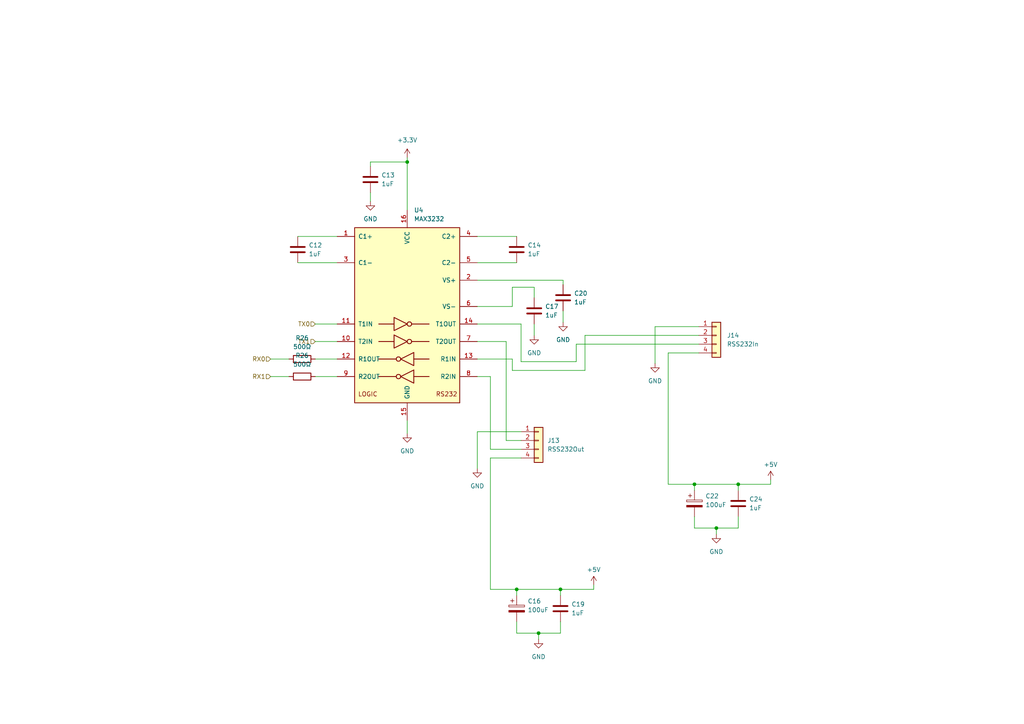
<source format=kicad_sch>
(kicad_sch (version 20230121) (generator eeschema)
  (paper "A4")
  (lib_symbols
    (symbol "Connector_Generic:Conn_01x04" (pin_names (offset 1.016) hide)
      (property "Reference" "J" (at 0 5.08 0))
      (property "Value" "Conn_01x04" (at 0 -7.62 0))
      (symbol "Conn_01x04_1_1"
        (rectangle (start -1.27 -4.953) (end 0 -5.207) (stroke (width 0.1524)))
        (rectangle (start -1.27 -2.413) (end 0 -2.667) (stroke (width 0.1524)))
        (rectangle (start -1.27 0.127) (end 0 -0.127) (stroke (width 0.1524)))
        (rectangle (start -1.27 2.667) (end 0 2.413) (stroke (width 0.1524)))
        (rectangle (start -1.27 3.81) (end 1.27 -6.35) (stroke (width 0.254)) (fill (type background)))
        (pin passive line (at -5.08 2.54 0) (length 3.81) (name "Pin_1") (number "1"))
        (pin passive line (at -5.08 0 0) (length 3.81) (name "Pin_2") (number "2"))
        (pin passive line (at -5.08 -2.54 0) (length 3.81) (name "Pin_3") (number "3"))
        (pin passive line (at -5.08 -5.08 0) (length 3.81) (name "Pin_4") (number "4"))
      )
    )
    (symbol "Device:C" (pin_numbers hide) (pin_names (offset 0.254))
      (property "Reference" "C" (at 0.635 2.54 0))
      (property "Value" "C" (at 0.635 -2.54 0))
      (symbol "C_0_1"
        (polyline (pts (xy -2.032 -0.762) (xy 2.032 -0.762)) (stroke (width 0.508)))
        (polyline (pts (xy -2.032 0.762) (xy 2.032 0.762)) (stroke (width 0.508)))
      )
      (symbol "C_1_1"
        (pin passive line (at 0 3.81 270) (length 2.794) (name "~") (number "1"))
        (pin passive line (at 0 -3.81 90) (length 2.794) (name "~") (number "2"))
      )
    )
    (symbol "Device:C_Polarized" (pin_numbers hide) (pin_names (offset 0.254))
      (property "Reference" "C" (at 0.635 2.54 0))
      (property "Value" "C_Polarized" (at 0.635 -2.54 0))
      (symbol "C_Polarized_0_1"
        (rectangle (start -2.286 0.508) (end 2.286 1.016))
        (polyline (pts (xy -1.778 2.286) (xy -0.762 2.286)))
        (polyline (pts (xy -1.27 2.794) (xy -1.27 1.778)))
        (rectangle (start 2.286 -0.508) (end -2.286 -1.016) (fill (type outline)))
      )
      (symbol "C_Polarized_1_1"
        (pin passive line (at 0 3.81 270) (length 2.794) (name "~") (number "1"))
        (pin passive line (at 0 -3.81 90) (length 2.794) (name "~") (number "2"))
      )
    )
    (symbol "Device:R" (pin_numbers hide) (pin_names (offset 0))
      (property "Reference" "R" (at 2.032 0 90))
      (property "Value" "R" (at 0 0 90))
      (symbol "R_0_1"
        (rectangle (start -1.016 -2.54) (end 1.016 2.54) (stroke (width 0.254)))
      )
      (symbol "R_1_1"
        (pin passive line (at 0 3.81 270) (length 1.27) (name "~") (number "1"))
        (pin passive line (at 0 -3.81 90) (length 1.27) (name "~") (number "2"))
      )
    )
    (symbol "Interface_UART:MAX3232" (pin_names (offset 1.016))
      (property "Reference" "U" (at -2.54 28.575 0))
      (property "Value" "MAX3232" (at -2.54 26.67 0))
      (symbol "MAX3232_0_0"
        (text "LOGIC" (at -11.43 -22.86 0) (effects (font (size 1.27 1.27))))
        (text "RS232" (at 11.43 -22.86 0) (effects (font (size 1.27 1.27))))
      )
      (symbol "MAX3232_0_1"
        (rectangle (start -15.24 -25.4) (end 15.24 25.4) (stroke (width 0.254)) (fill (type background)))
        (circle (center -2.54 -17.78) (radius 0.635) (stroke (width 0.254)))
        (circle (center -2.54 -12.7) (radius 0.635) (stroke (width 0.254)))
        (polyline (pts (xy -3.81 -7.62) (xy -8.255 -7.62)) (stroke (width 0.254)))
        (polyline (pts (xy -3.81 -2.54) (xy -8.255 -2.54)) (stroke (width 0.254)))
        (polyline (pts (xy -3.175 -17.78) (xy -8.255 -17.78)) (stroke (width 0.254)))
        (polyline (pts (xy -3.175 -12.7) (xy -8.255 -12.7)) (stroke (width 0.254)))
        (polyline (pts (xy 1.27 -7.62) (xy 6.35 -7.62)) (stroke (width 0.254)))
        (polyline (pts (xy 1.27 -2.54) (xy 6.35 -2.54)) (stroke (width 0.254)))
        (polyline (pts (xy 1.905 -17.78) (xy 6.35 -17.78)) (stroke (width 0.254)))
        (polyline (pts (xy 1.905 -12.7) (xy 6.35 -12.7)) (stroke (width 0.254)))
        (polyline (pts (xy -3.81 -5.715) (xy -3.81 -9.525) (xy 0 -7.62) (xy -3.81 -5.715)) (stroke (width 0.254)))
        (polyline (pts (xy -3.81 -0.635) (xy -3.81 -4.445) (xy 0 -2.54) (xy -3.81 -0.635)) (stroke (width 0.254)))
        (polyline (pts (xy 1.905 -15.875) (xy 1.905 -19.685) (xy -1.905 -17.78) (xy 1.905 -15.875)) (stroke (width 0.254)))
        (polyline (pts (xy 1.905 -10.795) (xy 1.905 -14.605) (xy -1.905 -12.7) (xy 1.905 -10.795)) (stroke (width 0.254)))
        (circle (center 0.635 -7.62) (radius 0.635) (stroke (width 0.254)))
        (circle (center 0.635 -2.54) (radius 0.635) (stroke (width 0.254)))
      )
      (symbol "MAX3232_1_1"
        (pin passive line (at -20.32 22.86 0) (length 5.08) (name "C1+") (number "1"))
        (pin input line (at -20.32 -7.62 0) (length 5.08) (name "T2IN") (number "10"))
        (pin input line (at -20.32 -2.54 0) (length 5.08) (name "T1IN") (number "11"))
        (pin output line (at -20.32 -12.7 0) (length 5.08) (name "R1OUT") (number "12"))
        (pin input line (at 20.32 -12.7 180) (length 5.08) (name "R1IN") (number "13"))
        (pin output line (at 20.32 -2.54 180) (length 5.08) (name "T1OUT") (number "14"))
        (pin power_in line (at 0 -30.48 90) (length 5.08) (name "GND") (number "15"))
        (pin power_in line (at 0 30.48 270) (length 5.08) (name "VCC") (number "16"))
        (pin power_out line (at 20.32 10.16 180) (length 5.08) (name "VS+") (number "2"))
        (pin passive line (at -20.32 15.24 0) (length 5.08) (name "C1-") (number "3"))
        (pin passive line (at 20.32 22.86 180) (length 5.08) (name "C2+") (number "4"))
        (pin passive line (at 20.32 15.24 180) (length 5.08) (name "C2-") (number "5"))
        (pin power_out line (at 20.32 2.54 180) (length 5.08) (name "VS-") (number "6"))
        (pin output line (at 20.32 -7.62 180) (length 5.08) (name "T2OUT") (number "7"))
        (pin input line (at 20.32 -17.78 180) (length 5.08) (name "R2IN") (number "8"))
        (pin output line (at -20.32 -17.78 0) (length 5.08) (name "R2OUT") (number "9"))
      )
    )
    (symbol "power:+3.3V" (power) (pin_names (offset 0))
      (property "Value" "+3.3V" (at 0 3.556 0))
      (symbol "+3.3V_0_1"
        (polyline (pts (xy -0.762 1.27) (xy 0 2.54)))
        (polyline (pts (xy 0 0) (xy 0 2.54)))
        (polyline (pts (xy 0 2.54) (xy 0.762 1.27)))
      )
      (symbol "+3.3V_1_1"
        (pin power_in line (at 0 0 90) (length 0) hide (name "+3.3V") (number "1"))
      )
    )
    (symbol "power:+5V" (power) (pin_names (offset 0))
      (property "Value" "+5V" (at 0 3.556 0))
      (symbol "+5V_0_1"
        (polyline (pts (xy -0.762 1.27) (xy 0 2.54)))
        (polyline (pts (xy 0 0) (xy 0 2.54)))
        (polyline (pts (xy 0 2.54) (xy 0.762 1.27)))
      )
      (symbol "+5V_1_1"
        (pin power_in line (at 0 0 90) (length 0) hide (name "+5V") (number "1"))
      )
    )
    (symbol "power:GND" (power) (pin_names (offset 0))
      (property "Value" "GND" (at 0 -3.81 0))
      (symbol "GND_0_1"
        (polyline (pts (xy 0 0) (xy 0 -1.27) (xy 1.27 -1.27) (xy 0 -2.54) (xy -1.27 -1.27) (xy 0 -1.27)))
      )
      (symbol "GND_1_1"
        (pin power_in line (at 0 0 270) (length 0) hide (name "GND") (number "1"))
      )
    )
  )
  (junction (at 201.422 140.462))
  (junction (at 214.122 140.462))
  (junction (at 207.772 153.162))
  (junction (at 156.21 183.642))
  (junction (at 149.86 170.942))
  (junction (at 118.11 46.99))
  (junction (at 162.56 170.942))
  (wire (pts (xy 149.86 170.942) (xy 142.24 170.942)))
  (wire (pts (xy 223.52 139.192) (xy 223.52 140.462)))
  (wire (pts (xy 172.212 169.672) (xy 172.212 170.942)))
  (wire (pts (xy 201.422 140.462) (xy 193.802 140.462)))
  (wire (pts (xy 91.44 99.06) (xy 97.79 99.06)))
  (wire (pts (xy 149.86 183.642) (xy 156.21 183.642)))
  (wire (pts (xy 163.322 90.17) (xy 163.322 93.472)))
  (wire (pts (xy 148.59 83.312) (xy 154.94 83.312)))
  (wire (pts (xy 91.44 109.22) (xy 97.79 109.22)))
  (wire (pts (xy 107.442 46.99) (xy 118.11 46.99)))
  (wire (pts (xy 151.13 127.762) (xy 146.812 127.762)))
  (wire (pts (xy 148.59 104.14) (xy 148.59 107.442)))
  (wire (pts (xy 189.992 94.742) (xy 202.692 94.742)))
  (wire (pts (xy 162.56 170.942) (xy 162.56 172.72)))
  (wire (pts (xy 138.43 81.28) (xy 163.322 81.28)))
  (wire (pts (xy 138.43 93.98) (xy 151.13 93.98)))
  (wire (pts (xy 169.672 107.442) (xy 169.672 97.282)))
  (wire (pts (xy 148.59 88.9) (xy 148.59 83.312)))
  (wire (pts (xy 163.322 81.28) (xy 163.322 82.55)))
  (wire (pts (xy 162.56 183.642) (xy 162.56 180.34)))
  (wire (pts (xy 138.43 125.222) (xy 138.43 135.89)))
  (wire (pts (xy 146.812 127.762) (xy 146.812 99.06)))
  (wire (pts (xy 223.52 140.462) (xy 214.122 140.462)))
  (wire (pts (xy 142.24 132.842) (xy 151.13 132.842)))
  (wire (pts (xy 86.36 68.58) (xy 97.79 68.58)))
  (wire (pts (xy 107.442 48.26) (xy 107.442 46.99)))
  (wire (pts (xy 189.992 94.742) (xy 189.992 105.41)))
  (wire (pts (xy 214.122 153.162) (xy 214.122 149.86)))
  (wire (pts (xy 138.43 88.9) (xy 148.59 88.9)))
  (wire (pts (xy 214.122 140.462) (xy 201.422 140.462)))
  (wire (pts (xy 91.44 104.14) (xy 97.79 104.14)))
  (wire (pts (xy 118.11 46.99) (xy 118.11 60.96)))
  (wire (pts (xy 214.122 140.462) (xy 214.122 142.24)))
  (wire (pts (xy 201.422 153.162) (xy 207.772 153.162)))
  (wire (pts (xy 78.486 104.14) (xy 83.82 104.14)))
  (wire (pts (xy 156.21 183.642) (xy 156.21 185.42)))
  (wire (pts (xy 142.24 132.842) (xy 142.24 170.942)))
  (wire (pts (xy 162.56 170.942) (xy 149.86 170.942)))
  (wire (pts (xy 207.772 153.162) (xy 207.772 154.94)))
  (wire (pts (xy 138.43 99.06) (xy 146.812 99.06)))
  (wire (pts (xy 193.802 102.362) (xy 193.802 140.462)))
  (wire (pts (xy 118.11 121.92) (xy 118.11 125.73)))
  (wire (pts (xy 172.212 170.942) (xy 162.56 170.942)))
  (wire (pts (xy 207.772 153.162) (xy 214.122 153.162)))
  (wire (pts (xy 149.86 180.34) (xy 149.86 183.642)))
  (wire (pts (xy 91.44 93.98) (xy 97.79 93.98)))
  (wire (pts (xy 138.43 104.14) (xy 148.59 104.14)))
  (wire (pts (xy 142.24 130.302) (xy 151.13 130.302)))
  (wire (pts (xy 201.422 140.462) (xy 201.422 142.24)))
  (wire (pts (xy 156.21 183.642) (xy 162.56 183.642)))
  (wire (pts (xy 148.59 107.442) (xy 169.672 107.442)))
  (wire (pts (xy 169.672 97.282) (xy 202.692 97.282)))
  (wire (pts (xy 78.486 109.22) (xy 83.82 109.22)))
  (wire (pts (xy 167.132 104.902) (xy 167.132 99.822)))
  (wire (pts (xy 149.86 170.942) (xy 149.86 172.72)))
  (wire (pts (xy 154.94 83.312) (xy 154.94 86.36)))
  (wire (pts (xy 118.11 46.99) (xy 118.11 45.72)))
  (wire (pts (xy 138.43 76.2) (xy 149.86 76.2)))
  (wire (pts (xy 142.24 109.22) (xy 142.24 130.302)))
  (wire (pts (xy 138.43 125.222) (xy 151.13 125.222)))
  (wire (pts (xy 167.132 99.822) (xy 202.692 99.822)))
  (wire (pts (xy 151.13 93.98) (xy 151.13 104.902)))
  (wire (pts (xy 154.94 93.98) (xy 154.94 97.282)))
  (wire (pts (xy 86.36 76.2) (xy 97.79 76.2)))
  (wire (pts (xy 138.43 109.22) (xy 142.24 109.22)))
  (wire (pts (xy 107.442 55.88) (xy 107.442 58.42)))
  (wire (pts (xy 193.802 102.362) (xy 202.692 102.362)))
  (wire (pts (xy 138.43 68.58) (xy 149.86 68.58)))
  (wire (pts (xy 201.422 149.86) (xy 201.422 153.162)))
  (wire (pts (xy 151.13 104.902) (xy 167.132 104.902)))
  (hierarchical_label "RX0" (shape input) (at 78.486 104.14 180))
  (hierarchical_label "TX1" (shape input) (at 91.44 99.06 180))
  (hierarchical_label "RX1" (shape input) (at 78.486 109.22 180))
  (hierarchical_label "TX0" (shape input) (at 91.44 93.98 180))
  (symbol (lib_id "Device:C") (at 154.94 90.17 0) (unit 1)
    (property "Reference" "C17" (at 158.115 88.9 0) (effects (justify left)))
    (property "Value" "1uF" (at 158.115 91.44 0) (effects (justify left)))
    (property "Footprint" "Capacitor_SMD:C_0805_2012Metric" (effects hide))
  )
  (symbol (lib_id "Connector_Generic:Conn_01x04") (at 156.21 127.762 0) (unit 1)
    (property "Reference" "J13" (at 158.75 127.762 0) (effects (justify left)))
    (property "Value" "RSS232Out" (at 158.75 130.302 0) (effects (justify left)))
    (property "Footprint" "Connector_PinHeader_2.54mm:PinHeader_1x04_P2.54mm_Vertical" (effects hide))
  )
  (symbol (lib_id "power:GND") (at 107.442 58.42 0) (mirror y) (unit 1)
    (property "Reference" "#PWR091" (effects hide))
    (property "Value" "GND" (at 107.442 63.5 0))
  )
  (symbol (lib_id "Device:C_Polarized") (at 149.86 176.53 0) (unit 1)
    (property "Reference" "C16" (at 153.035 174.371 0) (effects (justify left)))
    (property "Value" "100uF" (at 153.035 176.911 0) (effects (justify left)))
    (property "Footprint" "Capacitor_SMD:CP_Elec_8x11.9" (effects hide))
  )
  (symbol (lib_id "power:GND") (at 138.43 135.89 0) (mirror y) (unit 1)
    (property "Reference" "#PWR094" (effects hide))
    (property "Value" "GND" (at 138.43 140.97 0))
  )
  (symbol (lib_id "power:GND") (at 207.772 154.94 0) (unit 1)
    (property "Reference" "#PWR0103" (effects hide))
    (property "Value" "GND" (at 207.772 160.02 0))
  )
  (symbol (lib_id "power:+5V") (at 223.52 139.192 0) (unit 1)
    (property "Reference" "#PWR0105" (effects hide))
    (property "Value" "+5V" (at 223.52 134.747 0))
  )
  (symbol (lib_id "power:GND") (at 118.11 125.73 0) (mirror y) (unit 1)
    (property "Reference" "#PWR093" (effects hide))
    (property "Value" "GND" (at 118.11 130.81 0))
  )
  (symbol (lib_id "power:GND") (at 189.992 105.41 0) (mirror y) (unit 1)
    (property "Reference" "#PWR0101" (effects hide))
    (property "Value" "GND" (at 189.992 110.49 0))
  )
  (symbol (lib_id "Device:C_Polarized") (at 201.422 146.05 0) (unit 1)
    (property "Reference" "C22" (at 204.597 143.891 0) (effects (justify left)))
    (property "Value" "100uF" (at 204.597 146.431 0) (effects (justify left)))
    (property "Footprint" "Capacitor_SMD:CP_Elec_8x11.9" (effects hide))
  )
  (symbol (lib_id "power:+5V") (at 172.212 169.672 0) (unit 1)
    (property "Reference" "#PWR0100" (effects hide))
    (property "Value" "+5V" (at 172.212 165.227 0))
  )
  (symbol (lib_id "Device:R") (at 87.63 109.22 270) (unit 1)
    (property "Reference" "R26" (at 87.63 103.124 90))
    (property "Value" "500Ω" (at 87.63 105.664 90))
    (property "Footprint" "Resistor_SMD:R_0805_2012Metric" (effects hide))
    (instances (project "TeensyIrrigation" (path "" (reference "R26") (unit 1)) (path "" (reference "R30") (unit 1)) (path "" (reference "R42") (unit 1))))
  )
  (symbol (lib_id "Device:C") (at 162.56 176.53 0) (unit 1)
    (property "Reference" "C19" (at 165.735 175.26 0) (effects (justify left)))
    (property "Value" "1uF" (at 165.735 177.8 0) (effects (justify left)))
    (property "Footprint" "Capacitor_SMD:C_0805_2012Metric" (effects hide))
  )
  (symbol (lib_id "Device:C") (at 214.122 146.05 0) (unit 1)
    (property "Reference" "C24" (at 217.297 144.78 0) (effects (justify left)))
    (property "Value" "1uF" (at 217.297 147.32 0) (effects (justify left)))
    (property "Footprint" "Capacitor_SMD:C_0805_2012Metric" (effects hide))
  )
  (symbol (lib_id "Device:C") (at 149.86 72.39 0) (unit 1)
    (property "Reference" "C14" (at 153.035 71.12 0) (effects (justify left)))
    (property "Value" "1uF" (at 153.035 73.66 0) (effects (justify left)))
    (property "Footprint" "Capacitor_SMD:C_0805_2012Metric" (effects hide))
  )
  (symbol (lib_id "Interface_UART:MAX3232") (at 118.11 91.44 0) (unit 1)
    (property "Reference" "U4" (at 120.0659 60.96 0) (effects (justify left)))
    (property "Value" "MAX3232" (at 120.0659 63.5 0) (effects (justify left)))
    (property "Footprint" "Package_SO:TSSOP-16_4.4x5mm_P0.65mm" (effects hide))
    (property "Datasheet" "https://datasheets.maximintegrated.com/en/ds/MAX3222-MAX3241.pdf" (effects hide))
  )
  (symbol (lib_id "power:GND") (at 154.94 97.282 0) (mirror y) (unit 1)
    (property "Reference" "#PWR095" (effects hide))
    (property "Value" "GND" (at 154.94 102.362 0))
  )
  (symbol (lib_id "Device:R") (at 87.63 104.14 270) (unit 1)
    (property "Reference" "R26" (at 87.63 98.044 90))
    (property "Value" "500Ω" (at 87.63 100.584 90))
    (property "Footprint" "Resistor_SMD:R_0805_2012Metric" (effects hide))
    (instances (project "TeensyIrrigation" (path "" (reference "R26") (unit 1)) (path "" (reference "R30") (unit 1)) (path "" (reference "R38") (unit 1))))
  )
  (symbol (lib_id "power:+3.3V") (at 118.11 45.72 0) (unit 1)
    (property "Reference" "#PWR092" (effects hide))
    (property "Value" "+3.3V" (at 118.11 40.64 0))
  )
  (symbol (lib_id "power:GND") (at 163.322 93.472 0) (mirror y) (unit 1)
    (property "Reference" "#PWR098" (effects hide))
    (property "Value" "GND" (at 163.322 98.552 0))
  )
  (symbol (lib_id "Device:C") (at 107.442 52.07 0) (unit 1)
    (property "Reference" "C13" (at 110.617 50.8 0) (effects (justify left)))
    (property "Value" "1uF" (at 110.617 53.34 0) (effects (justify left)))
    (property "Footprint" "Capacitor_SMD:C_0805_2012Metric" (effects hide))
  )
  (symbol (lib_id "Device:C") (at 86.36 72.39 0) (unit 1)
    (property "Reference" "C12" (at 89.535 71.12 0) (effects (justify left)))
    (property "Value" "1uF" (at 89.535 73.66 0) (effects (justify left)))
    (property "Footprint" "Capacitor_SMD:C_0805_2012Metric" (effects hide))
  )
  (symbol (lib_id "Connector_Generic:Conn_01x04") (at 207.772 97.282 0) (unit 1)
    (property "Reference" "J14" (at 210.82 97.282 0) (effects (justify left)))
    (property "Value" "RSS232In" (at 210.82 99.822 0) (effects (justify left)))
    (property "Footprint" "Connector_PinHeader_2.54mm:PinHeader_1x04_P2.54mm_Vertical" (effects hide))
  )
  (symbol (lib_id "power:GND") (at 156.21 185.42 0) (unit 1)
    (property "Reference" "#PWR097" (effects hide))
    (property "Value" "GND" (at 156.21 190.5 0))
  )
  (symbol (lib_id "Device:C") (at 163.322 86.36 0) (unit 1)
    (property "Reference" "C20" (at 166.497 85.09 0) (effects (justify left)))
    (property "Value" "1uF" (at 166.497 87.63 0) (effects (justify left)))
    (property "Footprint" "Capacitor_SMD:C_0805_2012Metric" (effects hide))
  )
)
</source>
